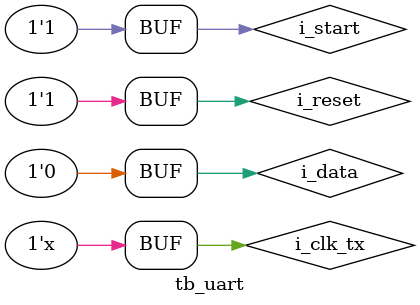
<source format=v>
`timescale 1ns/1ps
module tb_uart;

reg         i_clk, i_start, i_reset, i_clk_tx;
reg  [7:0]   sw;
wire         o_txd;

uart_top     top(
    .i_clk(i_clk),
    .i_start(i_start),
    .i_reset(i_reset),
    .sw(sw),
    .i_clk_tx(i_clk_tx),
    .o_txd(o_txd)
);

/*uart_tx     tx(
    .i_start(i_start),
    .i_reset(i_reset),
    .i_data(i_data),
    .i_clk_tx(i_clk_tx),
    .o_txd(o_txd)
);

uart_rx     rx(
    .i_clk_rx(i_clk_tx),
    .i_reset(i_reset),
    .i_rxd(o_txd),
    .o_data(o_data)
);
*/

initial begin
    i_clk_tx = 0;
    i_reset = 1;
    #3 i_reset = 0;
    #3 i_reset = 1; i_start = 1;
    i_data = 8'b01010110;
end

always begin
    #3 i_clk_tx = ~i_clk_tx;
end


endmodule
</source>
